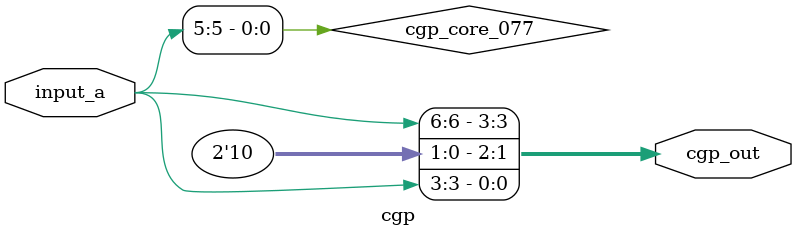
<source format=v>
module cgp(input [11:0] input_a, output [3:0] cgp_out);
  wire cgp_core_014;
  wire cgp_core_016_not;
  wire cgp_core_017;
  wire cgp_core_018;
  wire cgp_core_022;
  wire cgp_core_025_not;
  wire cgp_core_026;
  wire cgp_core_027;
  wire cgp_core_028;
  wire cgp_core_030;
  wire cgp_core_034;
  wire cgp_core_038;
  wire cgp_core_039;
  wire cgp_core_041;
  wire cgp_core_042;
  wire cgp_core_043_not;
  wire cgp_core_044;
  wire cgp_core_045;
  wire cgp_core_051;
  wire cgp_core_053;
  wire cgp_core_064;
  wire cgp_core_065;
  wire cgp_core_066;
  wire cgp_core_067;
  wire cgp_core_070;
  wire cgp_core_073;
  wire cgp_core_074;
  wire cgp_core_075;
  wire cgp_core_076;
  wire cgp_core_077;
  wire cgp_core_078;

  assign cgp_core_014 = input_a[0] | input_a[2];
  assign cgp_core_016_not = ~input_a[10];
  assign cgp_core_017 = ~(input_a[5] & input_a[11]);
  assign cgp_core_018 = input_a[9] | input_a[6];
  assign cgp_core_022 = input_a[6] & input_a[5];
  assign cgp_core_025_not = ~input_a[0];
  assign cgp_core_026 = input_a[3] ^ input_a[4];
  assign cgp_core_027 = ~(input_a[1] & input_a[5]);
  assign cgp_core_028 = ~(input_a[5] ^ input_a[5]);
  assign cgp_core_030 = input_a[11] ^ input_a[4];
  assign cgp_core_034 = ~(input_a[0] | input_a[3]);
  assign cgp_core_038 = ~(input_a[10] & input_a[4]);
  assign cgp_core_039 = input_a[3] & input_a[7];
  assign cgp_core_041 = ~input_a[11];
  assign cgp_core_042 = input_a[3] ^ input_a[6];
  assign cgp_core_043_not = ~input_a[3];
  assign cgp_core_044 = ~(input_a[5] | input_a[11]);
  assign cgp_core_045 = input_a[3] & input_a[7];
  assign cgp_core_051 = ~(input_a[6] ^ input_a[3]);
  assign cgp_core_053 = ~input_a[10];
  assign cgp_core_064 = ~input_a[0];
  assign cgp_core_065 = ~input_a[0];
  assign cgp_core_066 = ~(input_a[11] & input_a[5]);
  assign cgp_core_067 = ~input_a[2];
  assign cgp_core_070 = input_a[2] | input_a[4];
  assign cgp_core_073 = input_a[5] ^ input_a[4];
  assign cgp_core_074 = input_a[1] & input_a[9];
  assign cgp_core_075 = ~(input_a[1] ^ input_a[9]);
  assign cgp_core_076 = input_a[2] ^ input_a[5];
  assign cgp_core_077 = input_a[5] & input_a[5];
  assign cgp_core_078 = input_a[1] & input_a[8];

  assign cgp_out[0] = input_a[3];
  assign cgp_out[1] = 1'b0;
  assign cgp_out[2] = 1'b1;
  assign cgp_out[3] = input_a[6];
endmodule
</source>
